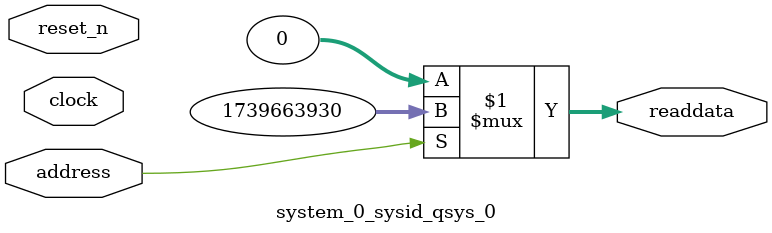
<source format=v>

`timescale 1ns / 1ps
// synthesis translate_on

// turn off superfluous verilog processor warnings 
// altera message_level Level1 
// altera message_off 10034 10035 10036 10037 10230 10240 10030 

module system_0_sysid_qsys_0 (
               // inputs:
                address,
                clock,
                reset_n,

               // outputs:
                readdata
             )
;

  output  [ 31: 0] readdata;
  input            address;
  input            clock;
  input            reset_n;

  wire    [ 31: 0] readdata;
  //control_slave, which is an e_avalon_slave
  assign readdata = address ? 1739663930 : 0;

endmodule




</source>
